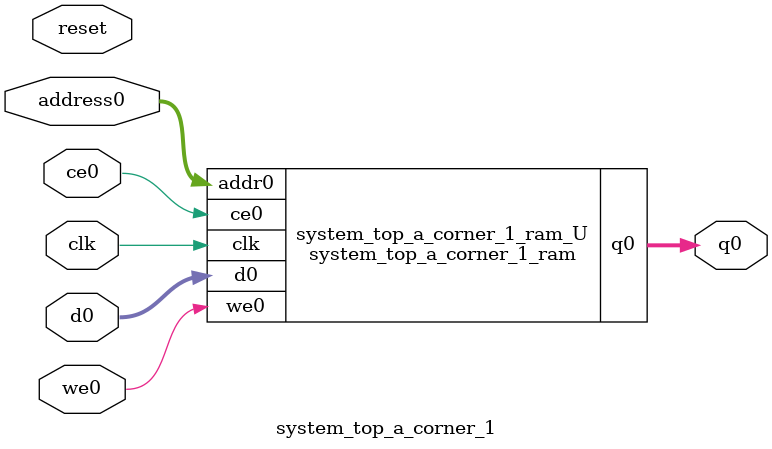
<source format=v>
`timescale 1 ns / 1 ps
module system_top_a_corner_1_ram (addr0, ce0, d0, we0, q0,  clk);

parameter DWIDTH = 32;
parameter AWIDTH = 2;
parameter MEM_SIZE = 3;

input[AWIDTH-1:0] addr0;
input ce0;
input[DWIDTH-1:0] d0;
input we0;
output reg[DWIDTH-1:0] q0;
input clk;

reg [DWIDTH-1:0] ram[0:MEM_SIZE-1];




always @(posedge clk)  
begin 
    if (ce0) begin
        if (we0) 
            ram[addr0] <= d0; 
        q0 <= ram[addr0];
    end
end


endmodule

`timescale 1 ns / 1 ps
module system_top_a_corner_1(
    reset,
    clk,
    address0,
    ce0,
    we0,
    d0,
    q0);

parameter DataWidth = 32'd32;
parameter AddressRange = 32'd3;
parameter AddressWidth = 32'd2;
input reset;
input clk;
input[AddressWidth - 1:0] address0;
input ce0;
input we0;
input[DataWidth - 1:0] d0;
output[DataWidth - 1:0] q0;



system_top_a_corner_1_ram system_top_a_corner_1_ram_U(
    .clk( clk ),
    .addr0( address0 ),
    .ce0( ce0 ),
    .we0( we0 ),
    .d0( d0 ),
    .q0( q0 ));

endmodule


</source>
